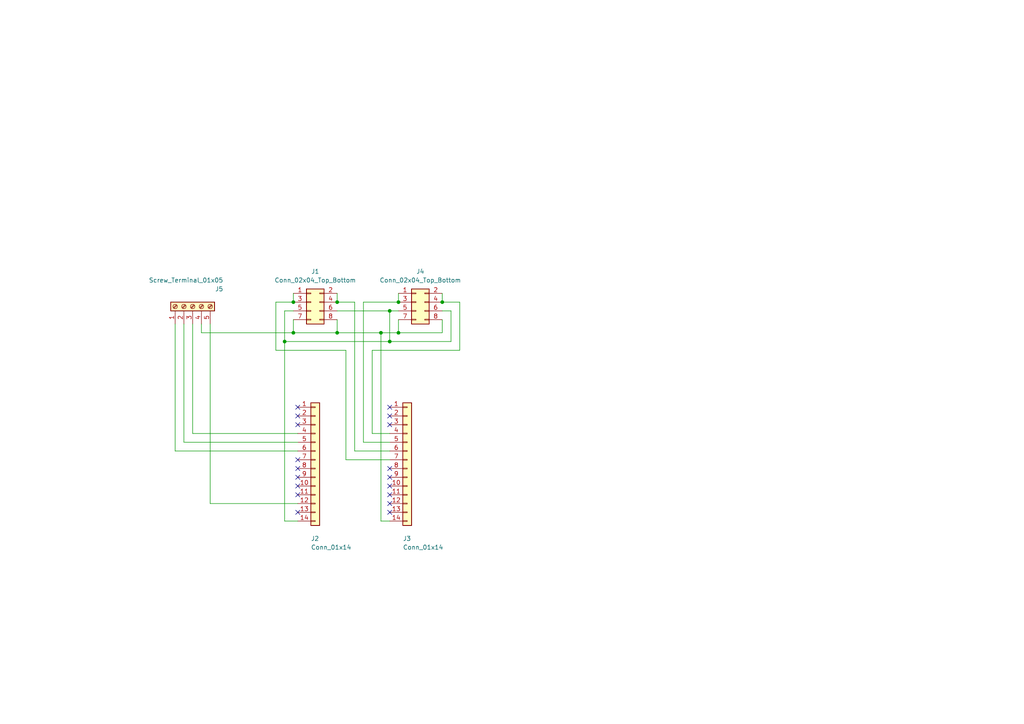
<source format=kicad_sch>
(kicad_sch (version 20211123) (generator eeschema)
  (paper "A4")
  (lib_symbols
    (symbol "Connector:Screw_Terminal_01x05" (pin_names (offset 1.016) hide)
      (property "Reference" "J" (at 0 7.62 0))
      (property "Value" "Screw_Terminal_01x05" (at 0 -7.62 0))
      (symbol "Screw_Terminal_01x05_1_1"
        (rectangle (start -1.27 6.35) (end 1.27 -6.35) (stroke (width 0.254)) (fill (type background)))
        (circle (center 0 -5.08) (radius 0.635) (stroke (width 0.1524)))
        (circle (center 0 -2.54) (radius 0.635) (stroke (width 0.1524)))
        (polyline (pts (xy -0.5334 -4.7498) (xy 0.3302 -5.588)) (stroke (width 0.1524)))
        (polyline (pts (xy -0.5334 -2.2098) (xy 0.3302 -3.048)) (stroke (width 0.1524)))
        (polyline (pts (xy -0.5334 0.3302) (xy 0.3302 -0.508)) (stroke (width 0.1524)))
        (polyline (pts (xy -0.5334 2.8702) (xy 0.3302 2.032)) (stroke (width 0.1524)))
        (polyline (pts (xy -0.5334 5.4102) (xy 0.3302 4.572)) (stroke (width 0.1524)))
        (polyline (pts (xy -0.3556 -4.572) (xy 0.508 -5.4102)) (stroke (width 0.1524)))
        (polyline (pts (xy -0.3556 -2.032) (xy 0.508 -2.8702)) (stroke (width 0.1524)))
        (polyline (pts (xy -0.3556 0.508) (xy 0.508 -0.3302)) (stroke (width 0.1524)))
        (polyline (pts (xy -0.3556 3.048) (xy 0.508 2.2098)) (stroke (width 0.1524)))
        (polyline (pts (xy -0.3556 5.588) (xy 0.508 4.7498)) (stroke (width 0.1524)))
        (circle (center 0 0) (radius 0.635) (stroke (width 0.1524)))
        (circle (center 0 2.54) (radius 0.635) (stroke (width 0.1524)))
        (circle (center 0 5.08) (radius 0.635) (stroke (width 0.1524)))
        (pin passive line (at -5.08 5.08 0) (length 3.81) (name "Pin_1") (number "1"))
        (pin passive line (at -5.08 2.54 0) (length 3.81) (name "Pin_2") (number "2"))
        (pin passive line (at -5.08 0 0) (length 3.81) (name "Pin_3") (number "3"))
        (pin passive line (at -5.08 -2.54 0) (length 3.81) (name "Pin_4") (number "4"))
        (pin passive line (at -5.08 -5.08 0) (length 3.81) (name "Pin_5") (number "5"))
      )
    )
    (symbol "Connector_Generic:Conn_01x14" (pin_names (offset 1.016) hide)
      (property "Reference" "J" (at 0 17.78 0))
      (property "Value" "Conn_01x14" (at 0 -20.32 0))
      (symbol "Conn_01x14_1_1"
        (rectangle (start -1.27 -17.653) (end 0 -17.907) (stroke (width 0.1524)))
        (rectangle (start -1.27 -15.113) (end 0 -15.367) (stroke (width 0.1524)))
        (rectangle (start -1.27 -12.573) (end 0 -12.827) (stroke (width 0.1524)))
        (rectangle (start -1.27 -10.033) (end 0 -10.287) (stroke (width 0.1524)))
        (rectangle (start -1.27 -7.493) (end 0 -7.747) (stroke (width 0.1524)))
        (rectangle (start -1.27 -4.953) (end 0 -5.207) (stroke (width 0.1524)))
        (rectangle (start -1.27 -2.413) (end 0 -2.667) (stroke (width 0.1524)))
        (rectangle (start -1.27 0.127) (end 0 -0.127) (stroke (width 0.1524)))
        (rectangle (start -1.27 2.667) (end 0 2.413) (stroke (width 0.1524)))
        (rectangle (start -1.27 5.207) (end 0 4.953) (stroke (width 0.1524)))
        (rectangle (start -1.27 7.747) (end 0 7.493) (stroke (width 0.1524)))
        (rectangle (start -1.27 10.287) (end 0 10.033) (stroke (width 0.1524)))
        (rectangle (start -1.27 12.827) (end 0 12.573) (stroke (width 0.1524)))
        (rectangle (start -1.27 15.367) (end 0 15.113) (stroke (width 0.1524)))
        (rectangle (start -1.27 16.51) (end 1.27 -19.05) (stroke (width 0.254)) (fill (type background)))
        (pin passive line (at -5.08 15.24 0) (length 3.81) (name "Pin_1") (number "1"))
        (pin passive line (at -5.08 -7.62 0) (length 3.81) (name "Pin_10") (number "10"))
        (pin passive line (at -5.08 -10.16 0) (length 3.81) (name "Pin_11") (number "11"))
        (pin passive line (at -5.08 -12.7 0) (length 3.81) (name "Pin_12") (number "12"))
        (pin passive line (at -5.08 -15.24 0) (length 3.81) (name "Pin_13") (number "13"))
        (pin passive line (at -5.08 -17.78 0) (length 3.81) (name "Pin_14") (number "14"))
        (pin passive line (at -5.08 12.7 0) (length 3.81) (name "Pin_2") (number "2"))
        (pin passive line (at -5.08 10.16 0) (length 3.81) (name "Pin_3") (number "3"))
        (pin passive line (at -5.08 7.62 0) (length 3.81) (name "Pin_4") (number "4"))
        (pin passive line (at -5.08 5.08 0) (length 3.81) (name "Pin_5") (number "5"))
        (pin passive line (at -5.08 2.54 0) (length 3.81) (name "Pin_6") (number "6"))
        (pin passive line (at -5.08 0 0) (length 3.81) (name "Pin_7") (number "7"))
        (pin passive line (at -5.08 -2.54 0) (length 3.81) (name "Pin_8") (number "8"))
        (pin passive line (at -5.08 -5.08 0) (length 3.81) (name "Pin_9") (number "9"))
      )
    )
    (symbol "Connector_Generic:Conn_02x04_Odd_Even" (pin_names (offset 1.016) hide)
      (property "Reference" "J" (at 1.27 5.08 0))
      (property "Value" "Conn_02x04_Odd_Even" (at 1.27 -7.62 0))
      (symbol "Conn_02x04_Odd_Even_1_1"
        (rectangle (start -1.27 -4.953) (end 0 -5.207) (stroke (width 0.1524)))
        (rectangle (start -1.27 -2.413) (end 0 -2.667) (stroke (width 0.1524)))
        (rectangle (start -1.27 0.127) (end 0 -0.127) (stroke (width 0.1524)))
        (rectangle (start -1.27 2.667) (end 0 2.413) (stroke (width 0.1524)))
        (rectangle (start -1.27 3.81) (end 3.81 -6.35) (stroke (width 0.254)) (fill (type background)))
        (rectangle (start 3.81 -4.953) (end 2.54 -5.207) (stroke (width 0.1524)))
        (rectangle (start 3.81 -2.413) (end 2.54 -2.667) (stroke (width 0.1524)))
        (rectangle (start 3.81 0.127) (end 2.54 -0.127) (stroke (width 0.1524)))
        (rectangle (start 3.81 2.667) (end 2.54 2.413) (stroke (width 0.1524)))
        (pin passive line (at -5.08 2.54 0) (length 3.81) (name "Pin_1") (number "1"))
        (pin passive line (at 7.62 2.54 180) (length 3.81) (name "Pin_2") (number "2"))
        (pin passive line (at -5.08 0 0) (length 3.81) (name "Pin_3") (number "3"))
        (pin passive line (at 7.62 0 180) (length 3.81) (name "Pin_4") (number "4"))
        (pin passive line (at -5.08 -2.54 0) (length 3.81) (name "Pin_5") (number "5"))
        (pin passive line (at 7.62 -2.54 180) (length 3.81) (name "Pin_6") (number "6"))
        (pin passive line (at -5.08 -5.08 0) (length 3.81) (name "Pin_7") (number "7"))
        (pin passive line (at 7.62 -5.08 180) (length 3.81) (name "Pin_8") (number "8"))
      )
    )
  )
  (junction (at 85.09 87.63))
  (junction (at 110.49 96.52))
  (junction (at 85.09 96.52))
  (junction (at 128.27 87.63))
  (junction (at 97.79 87.63))
  (junction (at 115.57 87.63))
  (junction (at 82.55 99.06))
  (junction (at 113.03 99.06))
  (junction (at 115.57 96.52))
  (junction (at 97.79 96.52))
  (junction (at 113.03 90.17))
  (no_connect (at 86.36 140.97))
  (no_connect (at 86.36 123.19))
  (no_connect (at 86.36 143.51))
  (no_connect (at 113.03 148.59))
  (no_connect (at 86.36 133.35))
  (no_connect (at 86.36 135.89))
  (no_connect (at 113.03 118.11))
  (no_connect (at 86.36 120.65))
  (no_connect (at 86.36 118.11))
  (no_connect (at 113.03 146.05))
  (no_connect (at 113.03 143.51))
  (no_connect (at 113.03 140.97))
  (no_connect (at 113.03 138.43))
  (no_connect (at 113.03 135.89))
  (no_connect (at 113.03 123.19))
  (no_connect (at 113.03 120.65))
  (no_connect (at 86.36 148.59))
  (no_connect (at 86.36 138.43))
  (wire (pts (xy 80.01 101.6) (xy 100.33 101.6)))
  (wire (pts (xy 128.27 96.52) (xy 128.27 92.71)))
  (wire (pts (xy 53.34 93.98) (xy 53.34 128.27)))
  (wire (pts (xy 85.09 87.63) (xy 80.01 87.63)))
  (wire (pts (xy 50.8 130.81) (xy 86.36 130.81)))
  (wire (pts (xy 86.36 146.05) (xy 60.96 146.05)))
  (wire (pts (xy 133.35 87.63) (xy 133.35 101.6)))
  (wire (pts (xy 110.49 96.52) (xy 115.57 96.52)))
  (wire (pts (xy 60.96 146.05) (xy 60.96 93.98)))
  (wire (pts (xy 82.55 151.13) (xy 86.36 151.13)))
  (wire (pts (xy 85.09 96.52) (xy 97.79 96.52)))
  (wire (pts (xy 85.09 85.09) (xy 85.09 87.63)))
  (wire (pts (xy 115.57 85.09) (xy 115.57 87.63)))
  (wire (pts (xy 97.79 92.71) (xy 97.79 96.52)))
  (wire (pts (xy 102.87 87.63) (xy 102.87 130.81)))
  (wire (pts (xy 130.81 99.06) (xy 130.81 90.17)))
  (wire (pts (xy 97.79 90.17) (xy 113.03 90.17)))
  (wire (pts (xy 110.49 151.13) (xy 113.03 151.13)))
  (wire (pts (xy 102.87 130.81) (xy 113.03 130.81)))
  (wire (pts (xy 115.57 92.71) (xy 115.57 96.52)))
  (wire (pts (xy 53.34 128.27) (xy 86.36 128.27)))
  (wire (pts (xy 50.8 93.98) (xy 50.8 130.81)))
  (wire (pts (xy 105.41 128.27) (xy 113.03 128.27)))
  (wire (pts (xy 97.79 85.09) (xy 97.79 87.63)))
  (wire (pts (xy 110.49 96.52) (xy 110.49 151.13)))
  (wire (pts (xy 113.03 90.17) (xy 115.57 90.17)))
  (wire (pts (xy 97.79 96.52) (xy 110.49 96.52)))
  (wire (pts (xy 115.57 87.63) (xy 105.41 87.63)))
  (wire (pts (xy 113.03 90.17) (xy 113.03 99.06)))
  (wire (pts (xy 128.27 87.63) (xy 133.35 87.63)))
  (wire (pts (xy 82.55 99.06) (xy 82.55 151.13)))
  (wire (pts (xy 107.95 125.73) (xy 113.03 125.73)))
  (wire (pts (xy 100.33 133.35) (xy 113.03 133.35)))
  (wire (pts (xy 82.55 90.17) (xy 82.55 99.06)))
  (wire (pts (xy 58.42 93.98) (xy 58.42 96.52)))
  (wire (pts (xy 85.09 90.17) (xy 82.55 90.17)))
  (wire (pts (xy 100.33 101.6) (xy 100.33 133.35)))
  (wire (pts (xy 133.35 101.6) (xy 107.95 101.6)))
  (wire (pts (xy 113.03 99.06) (xy 130.81 99.06)))
  (wire (pts (xy 82.55 99.06) (xy 113.03 99.06)))
  (wire (pts (xy 97.79 87.63) (xy 102.87 87.63)))
  (wire (pts (xy 105.41 87.63) (xy 105.41 128.27)))
  (wire (pts (xy 55.88 125.73) (xy 86.36 125.73)))
  (wire (pts (xy 58.42 96.52) (xy 85.09 96.52)))
  (wire (pts (xy 55.88 93.98) (xy 55.88 125.73)))
  (wire (pts (xy 85.09 92.71) (xy 85.09 96.52)))
  (wire (pts (xy 130.81 90.17) (xy 128.27 90.17)))
  (wire (pts (xy 115.57 96.52) (xy 128.27 96.52)))
  (wire (pts (xy 80.01 87.63) (xy 80.01 101.6)))
  (wire (pts (xy 107.95 101.6) (xy 107.95 125.73)))
  (wire (pts (xy 128.27 85.09) (xy 128.27 87.63)))
  (symbol (lib_id "Connector_Generic:Conn_01x14") (at 118.11 133.35 0) (unit 1)
    (property "Reference" "J3" (at 116.84 156.21 0) (effects (justify left)))
    (property "Value" "Conn_01x14" (at 116.84 158.75 0) (effects (justify left)))
    (property "Footprint" "Connector_PinSocket_2.54mm:PinSocket_1x14_P2.54mm_Vertical" (effects hide))
  )
  (symbol (lib_id "Connector_Generic:Conn_01x14") (at 91.44 133.35 0) (unit 1)
    (property "Reference" "J2" (at 90.17 156.21 0) (effects (justify left)))
    (property "Value" "Conn_01x14" (at 90.17 158.75 0) (effects (justify left)))
    (property "Footprint" "Connector_PinSocket_2.54mm:PinSocket_1x14_P2.54mm_Vertical" (effects hide))
  )
  (symbol (lib_id "Connector_Generic:Conn_02x04_Odd_Even") (at 120.65 87.63 0) (unit 1)
    (property "Reference" "J4" (at 121.92 78.74 0))
    (property "Value" "Conn_02x04_Top_Bottom" (at 121.92 81.28 0))
    (property "Footprint" "Connector_PinHeader_2.54mm:PinHeader_2x04_P2.54mm_Vertical" (effects hide))
  )
  (symbol (lib_id "Connector_Generic:Conn_02x04_Odd_Even") (at 90.17 87.63 0) (unit 1)
    (property "Reference" "J1" (at 91.44 78.74 0))
    (property "Value" "Conn_02x04_Top_Bottom" (at 91.44 81.28 0))
    (property "Footprint" "Connector_PinHeader_2.54mm:PinHeader_2x04_P2.54mm_Vertical" (effects hide))
  )
  (symbol (lib_id "Connector:Screw_Terminal_01x05") (at 55.88 88.9 90) (unit 1)
    (property "Reference" "J5" (at 64.77 83.82 90) (effects (justify left)))
    (property "Value" "Screw_Terminal_01x05" (at 64.77 81.28 90) (effects (justify left)))
    (property "Footprint" "TerminalBlock:TerminalBlock_bornier-5_P5.08mm" (effects hide))
  )
)
</source>
